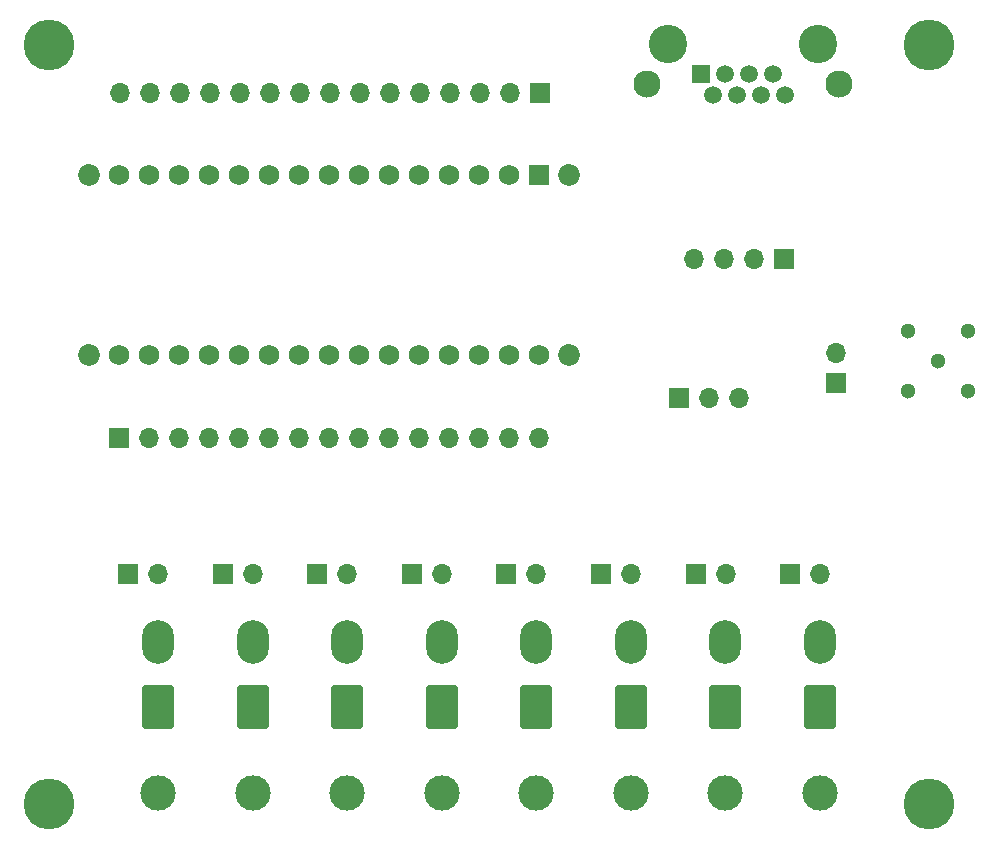
<source format=gbr>
%TF.GenerationSoftware,KiCad,Pcbnew,(6.0.1-0)*%
%TF.CreationDate,2022-09-06T14:47:33+02:00*%
%TF.ProjectId,nano_board,6e616e6f-5f62-46f6-9172-642e6b696361,rev?*%
%TF.SameCoordinates,Original*%
%TF.FileFunction,Soldermask,Bot*%
%TF.FilePolarity,Negative*%
%FSLAX46Y46*%
G04 Gerber Fmt 4.6, Leading zero omitted, Abs format (unit mm)*
G04 Created by KiCad (PCBNEW (6.0.1-0)) date 2022-09-06 14:47:33*
%MOMM*%
%LPD*%
G01*
G04 APERTURE LIST*
G04 Aperture macros list*
%AMRoundRect*
0 Rectangle with rounded corners*
0 $1 Rounding radius*
0 $2 $3 $4 $5 $6 $7 $8 $9 X,Y pos of 4 corners*
0 Add a 4 corners polygon primitive as box body*
4,1,4,$2,$3,$4,$5,$6,$7,$8,$9,$2,$3,0*
0 Add four circle primitives for the rounded corners*
1,1,$1+$1,$2,$3*
1,1,$1+$1,$4,$5*
1,1,$1+$1,$6,$7*
1,1,$1+$1,$8,$9*
0 Add four rect primitives between the rounded corners*
20,1,$1+$1,$2,$3,$4,$5,0*
20,1,$1+$1,$4,$5,$6,$7,0*
20,1,$1+$1,$6,$7,$8,$9,0*
20,1,$1+$1,$8,$9,$2,$3,0*%
G04 Aperture macros list end*
%ADD10C,2.300000*%
%ADD11C,1.500000*%
%ADD12R,1.500000X1.500000*%
%ADD13C,3.250000*%
%ADD14C,4.300000*%
%ADD15R,1.700000X1.700000*%
%ADD16O,1.700000X1.700000*%
%ADD17C,3.000000*%
%ADD18RoundRect,0.250001X1.099999X1.599999X-1.099999X1.599999X-1.099999X-1.599999X1.099999X-1.599999X0*%
%ADD19O,2.700000X3.700000*%
%ADD20C,1.300000*%
%ADD21C,1.850000*%
%ADD22C,1.727200*%
%ADD23R,1.727200X1.727200*%
G04 APERTURE END LIST*
D10*
%TO.C,R/O-Board_I2C_Interface*%
X145370000Y-49015000D03*
X161630000Y-49015000D03*
D11*
X157052000Y-49905000D03*
X156036000Y-48125000D03*
X155020000Y-49905000D03*
X154004000Y-48125000D03*
X152988000Y-49905000D03*
X151972000Y-48125000D03*
X150956000Y-49905000D03*
D12*
X149940000Y-48125000D03*
D13*
X159850000Y-45585000D03*
X147150000Y-45585000D03*
%TD*%
D14*
%TO.C,REF\u002A\u002A*%
X94750000Y-110000000D03*
%TD*%
D15*
%TO.C,J1*%
X148060000Y-75600000D03*
D16*
X150600000Y-75600000D03*
X153140000Y-75600000D03*
%TD*%
D15*
%TO.C,NTC6-Pin1*%
X149500000Y-90525000D03*
D16*
X152040000Y-90525000D03*
%TD*%
D15*
%TO.C,I2C-Pins*%
X156980000Y-63800000D03*
D16*
X154440000Y-63800000D03*
X151900000Y-63800000D03*
X149360000Y-63800000D03*
%TD*%
D15*
%TO.C,Freq_PinHeader*%
X161400000Y-74340000D03*
D16*
X161400000Y-71800000D03*
%TD*%
D15*
%TO.C,ArdTopPins1*%
X136283000Y-49750000D03*
D16*
X133743000Y-49750000D03*
X131203000Y-49750000D03*
X128663000Y-49750000D03*
X126123000Y-49750000D03*
X123583000Y-49750000D03*
X121043000Y-49750000D03*
X118503000Y-49750000D03*
X115963000Y-49750000D03*
X113423000Y-49750000D03*
X110883000Y-49750000D03*
X108343000Y-49750000D03*
X105803000Y-49750000D03*
X103263000Y-49750000D03*
X100723000Y-49750000D03*
%TD*%
D17*
%TO.C,NTC6*%
X144000000Y-109025000D03*
D18*
X144000000Y-101725000D03*
D19*
X144000000Y-96225000D03*
%TD*%
D20*
%TO.C,J2*%
X170000000Y-72500000D03*
X167460000Y-69960000D03*
X167460000Y-75040000D03*
X172540000Y-75040000D03*
X172540000Y-69960000D03*
%TD*%
D15*
%TO.C,NTC7-Pin1*%
X157460000Y-90525000D03*
D16*
X160000000Y-90525000D03*
%TD*%
D21*
%TO.C,XA1*%
X98150000Y-56708000D03*
X138790000Y-56708000D03*
X138790000Y-71948000D03*
X98150000Y-71948000D03*
D22*
X103230000Y-71948000D03*
X128630000Y-71948000D03*
X108310000Y-71948000D03*
X110850000Y-71948000D03*
X113390000Y-71948000D03*
X115930000Y-71948000D03*
X118470000Y-71948000D03*
X121010000Y-71948000D03*
X123550000Y-71948000D03*
X126090000Y-71948000D03*
X105770000Y-71948000D03*
X133710000Y-56708000D03*
D23*
X136250000Y-56708000D03*
D22*
X126090000Y-56708000D03*
X123550000Y-56708000D03*
X121010000Y-56708000D03*
X118470000Y-56708000D03*
X115930000Y-56708000D03*
X113390000Y-56708000D03*
X110850000Y-56708000D03*
X108310000Y-56708000D03*
X105770000Y-56708000D03*
X103230000Y-56708000D03*
X100690000Y-56708000D03*
X100690000Y-71948000D03*
X128630000Y-56708000D03*
X133710000Y-71948000D03*
X131170000Y-56708000D03*
X131170000Y-71948000D03*
X136250000Y-71948000D03*
%TD*%
D17*
%TO.C,NTC1*%
X104000000Y-109050000D03*
D18*
X104000000Y-101750000D03*
D19*
X104000000Y-96250000D03*
%TD*%
D14*
%TO.C,REF\u002A\u002A*%
X94750000Y-45750000D03*
%TD*%
D15*
%TO.C,NTC3-Pin1*%
X125460000Y-90525000D03*
D16*
X128000000Y-90525000D03*
%TD*%
D17*
%TO.C,NTC7*%
X152000000Y-109050000D03*
D18*
X152000000Y-101750000D03*
D19*
X152000000Y-96250000D03*
%TD*%
D14*
%TO.C,REF\u002A\u002A*%
X169250000Y-45750000D03*
%TD*%
%TO.C,REF\u002A\u002A*%
X169250000Y-110000000D03*
%TD*%
D17*
%TO.C,NTC5*%
X136000000Y-109025000D03*
D18*
X136000000Y-101725000D03*
D19*
X136000000Y-96225000D03*
%TD*%
D17*
%TO.C,NTC3*%
X120000000Y-109050000D03*
D18*
X120000000Y-101750000D03*
D19*
X120000000Y-96250000D03*
%TD*%
D17*
%TO.C,NTC4*%
X128000000Y-109025000D03*
D18*
X128000000Y-101725000D03*
D19*
X128000000Y-96225000D03*
%TD*%
D17*
%TO.C,NTC8*%
X160000000Y-109025000D03*
D18*
X160000000Y-101725000D03*
D19*
X160000000Y-96225000D03*
%TD*%
D17*
%TO.C,NTC2*%
X112000000Y-109025000D03*
D18*
X112000000Y-101725000D03*
D19*
X112000000Y-96225000D03*
%TD*%
D15*
%TO.C,NTC5-Pin1*%
X141500000Y-90525000D03*
D16*
X144040000Y-90525000D03*
%TD*%
D15*
%TO.C,NTC0-Pin1*%
X101460000Y-90525000D03*
D16*
X104000000Y-90525000D03*
%TD*%
D15*
%TO.C,NTC4-Pin1*%
X133460000Y-90525000D03*
D16*
X136000000Y-90525000D03*
%TD*%
D15*
%TO.C,NTC1-Pin1*%
X109460000Y-90525000D03*
D16*
X112000000Y-90525000D03*
%TD*%
D15*
%TO.C,ArdNanoBotPins1*%
X100670000Y-79000000D03*
D16*
X103210000Y-79000000D03*
X105750000Y-79000000D03*
X108290000Y-79000000D03*
X110830000Y-79000000D03*
X113370000Y-79000000D03*
X115910000Y-79000000D03*
X118450000Y-79000000D03*
X120990000Y-79000000D03*
X123530000Y-79000000D03*
X126070000Y-79000000D03*
X128610000Y-79000000D03*
X131150000Y-79000000D03*
X133690000Y-79000000D03*
X136230000Y-79000000D03*
%TD*%
D15*
%TO.C,NTC2-Pin1*%
X117460000Y-90525000D03*
D16*
X120000000Y-90525000D03*
%TD*%
M02*

</source>
